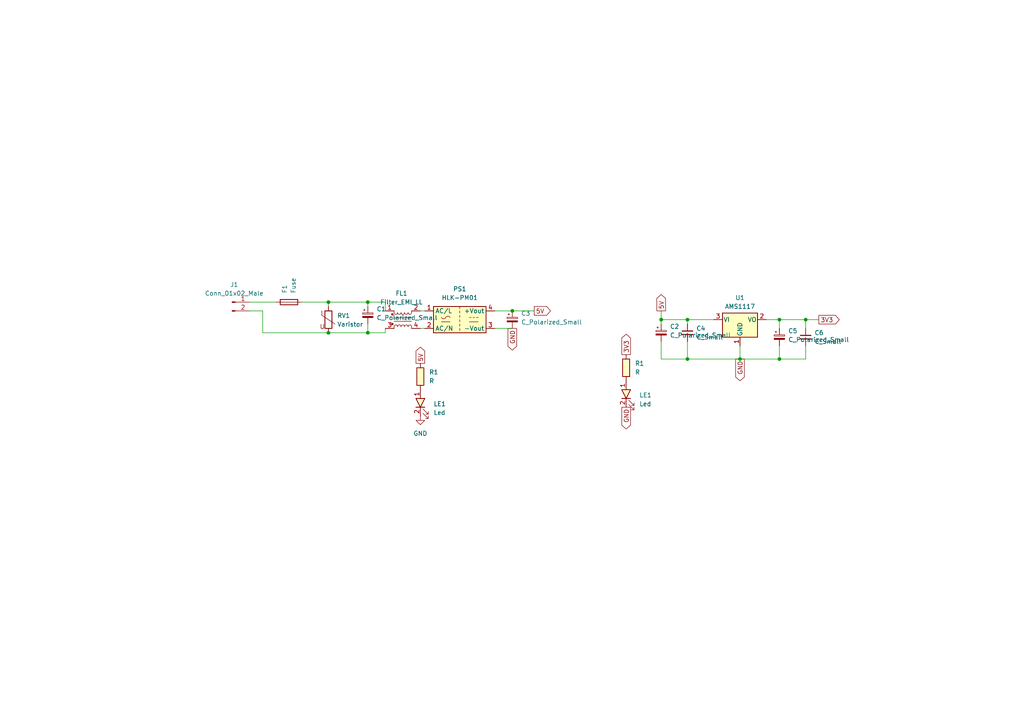
<source format=kicad_sch>
(kicad_sch (version 20230121) (generator eeschema)
  (paper "A4")
  (lib_symbols
    (symbol "Converter_ACDC:HLK-PM01"
      (property "Reference" "PS" (at 0 5.08 0))
      (property "Value" "HLK-PM01" (at 0 -5.08 0))
      (symbol "HLK-PM01_0_1"
        (rectangle (start -7.62 3.81) (end 7.62 -3.81) (stroke (width 0.254)) (fill (type background)))
        (arc (start -5.334 0.635) (mid -4.699 0.2495) (end -4.064 0.635))
        (arc (start -2.794 0.635) (mid -3.429 1.0072) (end -4.064 0.635))
        (polyline (pts (xy -5.334 -0.635) (xy -2.794 -0.635)))
        (polyline (pts (xy 0 -2.54) (xy 0 -3.175)))
        (polyline (pts (xy 0 -1.27) (xy 0 -1.905)))
        (polyline (pts (xy 0 0) (xy 0 -0.635)))
        (polyline (pts (xy 0 1.27) (xy 0 0.635)))
        (polyline (pts (xy 0 2.54) (xy 0 1.905)))
        (polyline (pts (xy 0 3.81) (xy 0 3.175)))
        (polyline (pts (xy 2.794 -0.635) (xy 5.334 -0.635)))
        (polyline (pts (xy 2.794 0.635) (xy 3.302 0.635)))
        (polyline (pts (xy 3.81 0.635) (xy 4.318 0.635)))
        (polyline (pts (xy 4.826 0.635) (xy 5.334 0.635)))
      )
      (symbol "HLK-PM01_1_1"
        (pin power_in line (at -10.16 2.54 0) (length 2.54) (name "AC/L") (number "1"))
        (pin power_in line (at -10.16 -2.54 0) (length 2.54) (name "AC/N") (number "2"))
        (pin power_out line (at 10.16 -2.54 180) (length 2.54) (name "-Vout") (number "3"))
        (pin power_out line (at 10.16 2.54 180) (length 2.54) (name "+Vout") (number "4"))
      )
    )
    (symbol "IVS_SYMBOLS:AMS1117" (pin_names (offset 0.254))
      (property "Reference" "U" (at -3.81 3.175 0))
      (property "Value" "AMS1117" (at 0 3.175 0))
      (symbol "AMS1117_0_1"
        (rectangle (start -5.08 -5.08) (end 5.08 1.905) (stroke (width 0.254)) (fill (type background)))
      )
      (symbol "AMS1117_1_1"
        (pin power_in line (at 0 -7.62 90) (length 2.54) (name "GND") (number "1"))
        (pin power_out line (at 7.62 0 180) (length 2.54) (name "VO") (number "2"))
        (pin power_in line (at -7.62 0 0) (length 2.54) (name "VI") (number "3"))
      )
    )
    (symbol "IVS_SYMBOLS:C_Polarized_Small" (pin_numbers hide) (pin_names (offset 0.254) hide)
      (property "Reference" "C" (at 0.254 1.778 0))
      (property "Value" "C_Polarized_Small" (at 0.254 -2.032 0))
      (symbol "C_Polarized_Small_0_1"
        (rectangle (start -1.524 -0.3048) (end 1.524 -0.6858) (fill (type outline)))
        (rectangle (start -1.524 0.6858) (end 1.524 0.3048))
        (polyline (pts (xy -1.27 1.524) (xy -0.762 1.524)))
        (polyline (pts (xy -1.016 1.27) (xy -1.016 1.778)))
      )
      (symbol "C_Polarized_Small_1_1"
        (pin passive line (at 0 2.54 270) (length 1.8542) (name "~") (number "1"))
        (pin passive line (at 0 -2.54 90) (length 1.8542) (name "~") (number "2"))
      )
    )
    (symbol "IVS_SYMBOLS:C_Small" (pin_numbers hide) (pin_names (offset 0.254) hide)
      (property "Reference" "C" (at 0.254 1.778 0))
      (property "Value" "C_Small" (at 0.254 -2.032 0))
      (symbol "C_Small_0_1"
        (polyline (pts (xy -1.524 -0.508) (xy 1.524 -0.508)) (stroke (width 0.3302)))
        (polyline (pts (xy -1.524 0.508) (xy 1.524 0.508)) (stroke (width 0.3048)))
      )
      (symbol "C_Small_1_1"
        (pin passive line (at 0 2.54 270) (length 2.032) (name "~") (number "1"))
        (pin passive line (at 0 -2.54 90) (length 2.032) (name "~") (number "2"))
      )
    )
    (symbol "IVS_SYMBOLS:Conn_01x02_Male" (pin_names (offset 1.016) hide)
      (property "Reference" "J" (at 0 2.54 0))
      (property "Value" "Conn_01x02_Male" (at 0 -5.08 0))
      (symbol "Conn_01x02_Male_1_1"
        (polyline (pts (xy 1.27 -2.54) (xy 0.8636 -2.54)) (stroke (width 0.1524)))
        (polyline (pts (xy 1.27 0) (xy 0.8636 0)) (stroke (width 0.1524)))
        (rectangle (start 0.8636 -2.413) (end 0 -2.667) (stroke (width 0.1524)) (fill (type outline)))
        (rectangle (start 0.8636 0.127) (end 0 -0.127) (stroke (width 0.1524)) (fill (type outline)))
        (pin passive line (at 5.08 0 180) (length 3.81) (name "Pin_1") (number "1"))
        (pin passive line (at 5.08 -2.54 180) (length 3.81) (name "Pin_2") (number "2"))
      )
    )
    (symbol "IVS_SYMBOLS:Filter_EMI_LL" (pin_names (offset 0.254) hide)
      (property "Reference" "FL" (at 0 4.445 0))
      (property "Value" "Filter_EMI_LL" (at 0 -4.445 0))
      (symbol "Filter_EMI_LL_0_1"
        (circle (center -3.048 -1.27) (radius 0.254) (fill (type outline)))
        (circle (center -3.048 1.524) (radius 0.254) (fill (type outline)))
        (arc (start -2.54 2.032) (mid -2.032 1.5262) (end -1.524 2.032))
        (arc (start -1.524 -2.032) (mid -2.032 -1.5262) (end -2.54 -2.032))
        (arc (start -1.524 2.032) (mid -1.016 1.5262) (end -0.508 2.032))
        (arc (start -0.508 -2.032) (mid -1.016 -1.5262) (end -1.524 -2.032))
        (arc (start -0.508 2.032) (mid 0 1.5262) (end 0.508 2.032))
        (polyline (pts (xy -2.54 -2.032) (xy -2.54 -2.54)))
        (polyline (pts (xy -2.54 0.508) (xy 2.54 0.508)))
        (polyline (pts (xy -2.54 2.032) (xy -2.54 2.54)))
        (polyline (pts (xy 2.54 -2.032) (xy 2.54 -2.54)))
        (polyline (pts (xy 2.54 -0.508) (xy -2.54 -0.508)))
        (polyline (pts (xy 2.54 2.54) (xy 2.54 2.032)))
        (arc (start 0.508 -2.032) (mid 0 -1.5262) (end -0.508 -2.032))
        (arc (start 0.508 2.032) (mid 1.016 1.5262) (end 1.524 2.032))
        (arc (start 1.524 -2.032) (mid 1.016 -1.5262) (end 0.508 -2.032))
        (arc (start 1.524 2.032) (mid 2.032 1.5262) (end 2.54 2.032))
        (arc (start 2.54 -2.032) (mid 2.032 -1.5262) (end 1.524 -2.032))
      )
      (symbol "Filter_EMI_LL_1_1"
        (pin passive line (at -5.08 2.54 0) (length 2.54) (name "1") (number "1"))
        (pin passive line (at 5.08 2.54 180) (length 2.54) (name "2") (number "2"))
        (pin passive line (at -5.08 -2.54 0) (length 2.54) (name "3") (number "3"))
        (pin passive line (at 5.08 -2.54 180) (length 2.54) (name "4") (number "4"))
      )
    )
    (symbol "IVS_SYMBOLS:Fuse" (pin_numbers hide) (pin_names (offset 0))
      (property "Reference" "F" (at 2.032 0 90))
      (property "Value" "Fuse" (at -1.905 0 90))
      (symbol "Fuse_0_1"
        (rectangle (start -0.762 -2.54) (end 0.762 2.54) (stroke (width 0.254)))
        (polyline (pts (xy 0 2.54) (xy 0 -2.54)))
      )
      (symbol "Fuse_1_1"
        (pin passive line (at 0 3.81 270) (length 1.27) (name "~") (number "1"))
        (pin passive line (at 0 -3.81 90) (length 1.27) (name "~") (number "2"))
      )
    )
    (symbol "IVS_SYMBOLS:Led"
      (property "Reference" "LE" (at 0.508 -2.794 0))
      (property "Value" "Led" (at -0.254 2.794 0))
      (symbol "Led_0_1"
        (polyline (pts (xy 0 -1.27) (xy 0 1.27)) (stroke (width 0.254)))
        (polyline (pts (xy 2.54 -1.27) (xy 2.54 1.27) (xy 0 0) (xy 2.54 -1.27)) (stroke (width 0.254)) (fill (type background)))
        (polyline (pts (xy -1.778 -0.762) (xy -3.302 -2.286) (xy -2.54 -2.286) (xy -3.302 -2.286) (xy -3.302 -1.524)))
        (polyline (pts (xy -0.508 -0.762) (xy -2.032 -2.286) (xy -1.27 -2.286) (xy -2.032 -2.286) (xy -2.032 -1.524)))
      )
      (symbol "Led_1_1"
        (pin passive line (at 5.08 0 180) (length 2.54) (name "") (number "1"))
        (pin passive line (at -2.54 0 0) (length 2.54) (name "") (number "2"))
      )
    )
    (symbol "IVS_SYMBOLS:R" (pin_numbers hide) (pin_names (offset 0))
      (property "Reference" "R" (at 2.032 0 90))
      (property "Value" "R" (at 0 0 90))
      (symbol "R_1_1"
        (rectangle (start -1.016 2.54) (end 1.016 -2.54) (stroke (width 0.254)) (fill (type background)))
        (pin passive line (at 0 3.81 270) (length 1.27) (name "~") (number "1"))
        (pin passive line (at 0 -3.81 90) (length 1.27) (name "~") (number "2"))
      )
    )
    (symbol "IVS_SYMBOLS:Varistor" (pin_numbers hide) (pin_names (offset 0))
      (property "Reference" "RV" (at 3.175 0 90))
      (property "Value" "Varistor" (at -3.175 0 90))
      (symbol "Varistor_0_0"
        (text "U" (at -1.778 -2.032 0) (effects (font (size 1.27 1.27))))
      )
      (symbol "Varistor_0_1"
        (rectangle (start -1.016 -2.54) (end 1.016 2.54) (stroke (width 0.254)))
        (polyline (pts (xy -1.905 2.54) (xy -1.905 1.27) (xy 1.905 -1.27)))
      )
      (symbol "Varistor_1_1"
        (pin passive line (at 0 3.81 270) (length 1.27) (name "~") (number "1"))
        (pin passive line (at 0 -3.81 90) (length 1.27) (name "~") (number "2"))
      )
    )
    (symbol "power:GND" (power) (pin_names (offset 0))
      (property "Value" "GND" (at 0 -3.81 0))
      (symbol "GND_0_1"
        (polyline (pts (xy 0 0) (xy 0 -1.27) (xy 1.27 -1.27) (xy 0 -2.54) (xy -1.27 -1.27) (xy 0 -1.27)))
      )
      (symbol "GND_1_1"
        (pin power_in line (at 0 0 270) (length 0) hide (name "GND") (number "1"))
      )
    )
  )
  (junction (at 191.77 92.71))
  (junction (at 95.25 87.63))
  (junction (at 106.68 96.52))
  (junction (at 199.39 104.14))
  (junction (at 233.68 92.71))
  (junction (at 106.68 87.63))
  (junction (at 214.63 104.14))
  (junction (at 148.59 90.17))
  (junction (at 226.06 92.71))
  (junction (at 199.39 92.71))
  (junction (at 95.25 96.52))
  (junction (at 226.06 104.14))
  (wire (pts (xy 191.77 99.06) (xy 191.77 104.14)))
  (wire (pts (xy 148.59 90.17) (xy 154.94 90.17)))
  (wire (pts (xy 199.39 99.06) (xy 199.39 104.14)))
  (wire (pts (xy 95.25 87.63) (xy 95.25 88.9)))
  (wire (pts (xy 111.76 90.17) (xy 111.76 87.63)))
  (wire (pts (xy 106.68 96.52) (xy 111.76 96.52)))
  (wire (pts (xy 106.68 88.9) (xy 106.68 87.63)))
  (wire (pts (xy 214.63 104.14) (xy 214.63 100.33)))
  (wire (pts (xy 191.77 92.71) (xy 191.77 93.98)))
  (wire (pts (xy 95.25 87.63) (xy 106.68 87.63)))
  (wire (pts (xy 207.01 92.71) (xy 199.39 92.71)))
  (wire (pts (xy 226.06 92.71) (xy 222.25 92.71)))
  (wire (pts (xy 72.39 90.17) (xy 76.2 90.17)))
  (wire (pts (xy 123.19 90.17) (xy 121.92 90.17)))
  (wire (pts (xy 87.63 87.63) (xy 95.25 87.63)))
  (wire (pts (xy 233.68 100.33) (xy 233.68 104.14)))
  (wire (pts (xy 233.68 92.71) (xy 226.06 92.71)))
  (wire (pts (xy 191.77 104.14) (xy 199.39 104.14)))
  (wire (pts (xy 199.39 104.14) (xy 214.63 104.14)))
  (wire (pts (xy 226.06 100.33) (xy 226.06 104.14)))
  (wire (pts (xy 233.68 92.71) (xy 237.49 92.71)))
  (wire (pts (xy 199.39 92.71) (xy 191.77 92.71)))
  (wire (pts (xy 226.06 104.14) (xy 214.63 104.14)))
  (wire (pts (xy 76.2 96.52) (xy 95.25 96.52)))
  (wire (pts (xy 76.2 90.17) (xy 76.2 96.52)))
  (wire (pts (xy 106.68 87.63) (xy 111.76 87.63)))
  (wire (pts (xy 233.68 104.14) (xy 226.06 104.14)))
  (wire (pts (xy 226.06 95.25) (xy 226.06 92.71)))
  (wire (pts (xy 72.39 87.63) (xy 80.01 87.63)))
  (wire (pts (xy 95.25 96.52) (xy 106.68 96.52)))
  (wire (pts (xy 106.68 93.98) (xy 106.68 96.52)))
  (wire (pts (xy 199.39 92.71) (xy 199.39 93.98)))
  (wire (pts (xy 111.76 95.25) (xy 111.76 96.52)))
  (wire (pts (xy 143.51 90.17) (xy 148.59 90.17)))
  (wire (pts (xy 191.77 90.17) (xy 191.77 92.71)))
  (wire (pts (xy 123.19 95.25) (xy 121.92 95.25)))
  (wire (pts (xy 143.51 95.25) (xy 148.59 95.25)))
  (wire (pts (xy 233.68 95.25) (xy 233.68 92.71)))
  (global_label "3V3" (shape output) (at 237.49 92.71 0) (property "Intersheetrefs" "${INTERSHEET_REFS}" (effects hide)))
  (global_label "5V" (shape output) (at 191.77 90.17 90) (property "Intersheetrefs" "${INTERSHEET_REFS}" (effects hide)))
  (global_label "GND" (shape output) (at 214.63 104.14 270) (property "Intersheetrefs" "${INTERSHEET_REFS}" (effects hide)))
  (global_label "GND" (shape output) (at 181.61 118.11 270) (property "Intersheetrefs" "${INTERSHEET_REFS}" (effects hide)))
  (global_label "5V" (shape output) (at 121.92 105.41 90) (property "Intersheetrefs" "${INTERSHEET_REFS}" (effects hide)))
  (global_label "GND" (shape output) (at 148.59 95.25 270) (property "Intersheetrefs" "${INTERSHEET_REFS}" (effects hide)))
  (global_label "5V" (shape output) (at 154.94 90.17 0) (property "Intersheetrefs" "${INTERSHEET_REFS}" (effects hide)))
  (global_label "3V3" (shape output) (at 181.61 102.87 90) (property "Intersheetrefs" "${INTERSHEET_REFS}" (effects hide)))
  (symbol (lib_id "Converter_ACDC:HLK-PM01") (at 133.35 92.71 0) (unit 1)
    (property "Reference" "PS1" (at 133.35 83.82 0))
    (property "Value" "HLK-PM01" (at 133.35 86.36 0))
    (property "Footprint" "Converter_ACDC:Converter_ACDC_HiLink_HLK-PMxx" (effects hide))
    (property "Datasheet" "http://www.hlktech.net/product_detail.php?ProId=54" (effects hide))
  )
  (symbol (lib_id "IVS_SYMBOLS:C_Small") (at 233.68 97.79 0) (unit 1)
    (property "Reference" "C6" (at 236.22 96.5263 0) (effects (justify left)))
    (property "Value" "C_Small" (at 236.22 99.0663 0) (effects (justify left)))
  )
  (symbol (lib_id "power:GND") (at 121.92 120.65 0) (unit 1)
    (property "Reference" "#PWR01" (effects hide))
    (property "Value" "GND" (at 121.92 125.73 0))
  )
  (symbol (lib_id "IVS_SYMBOLS:Filter_EMI_LL") (at 116.84 92.71 0) (unit 1)
    (property "Reference" "FL1" (at 116.459 85.09 0))
    (property "Value" "Filter_EMI_LL" (at 116.459 87.63 0))
    (property "Footprint" "IVS_FOOTPRINTS:ACFilterChokeUU9.8" (effects hide))
  )
  (symbol (lib_id "IVS_SYMBOLS:Led") (at 181.61 115.57 90) (unit 1)
    (property "Reference" "LE1" (at 185.42 114.6175 90) (effects (justify right)))
    (property "Value" "Led" (at 185.42 117.1575 90) (effects (justify right)))
    (instances (project "lora" (path "" (reference "LE1") (unit 1)) (path "" (reference "LE2") (unit 1))))
  )
  (symbol (lib_id "IVS_SYMBOLS:AMS1117") (at 214.63 92.71 0) (unit 1)
    (property "Reference" "U1" (at 214.63 86.36 0))
    (property "Value" "AMS1117" (at 214.63 88.9 0))
    (property "Footprint" "IVS_FOOTPRINTS:SOT233" (effects hide))
    (property "Datasheet" "http://www.advanced-monolithic.com/pdf/ds1117.pdf" (effects hide))
  )
  (symbol (lib_id "IVS_SYMBOLS:C_Polarized_Small") (at 226.06 97.79 0) (unit 1)
    (property "Reference" "C5" (at 228.6 95.9739 0) (effects (justify left)))
    (property "Value" "C_Polarized_Small" (at 228.6 98.5139 0) (effects (justify left)))
  )
  (symbol (lib_id "IVS_SYMBOLS:C_Small") (at 199.39 96.52 0) (unit 1)
    (property "Reference" "C4" (at 201.93 95.2563 0) (effects (justify left)))
    (property "Value" "C_Small" (at 201.93 97.7963 0) (effects (justify left)))
  )
  (symbol (lib_id "IVS_SYMBOLS:R") (at 181.61 106.68 0) (unit 1)
    (property "Reference" "R1" (at 184.15 105.41 0) (effects (justify left)))
    (property "Value" "R" (at 184.15 107.95 0) (effects (justify left)))
    (property "Footprint" "IVS_FOOTPRINTS:ESP8266-07__ESP32-C3-12F" (effects hide))
    (instances (project "lora" (path "" (reference "R1") (unit 1)) (path "" (reference "R2") (unit 1))))
  )
  (symbol (lib_id "IVS_SYMBOLS:Conn_01x02_Male") (at 67.31 87.63 0) (unit 1)
    (property "Reference" "J1" (at 67.945 82.55 0))
    (property "Value" "Conn_01x02_Male" (at 67.945 85.09 0))
  )
  (symbol (lib_id "IVS_SYMBOLS:C_Polarized_Small") (at 106.68 91.44 0) (unit 1)
    (property "Reference" "C1" (at 109.22 89.6239 0) (effects (justify left)))
    (property "Value" "C_Polarized_Small" (at 109.22 92.1639 0) (effects (justify left)))
  )
  (symbol (lib_id "IVS_SYMBOLS:C_Polarized_Small") (at 191.77 96.52 0) (unit 1)
    (property "Reference" "C2" (at 194.31 94.7039 0) (effects (justify left)))
    (property "Value" "C_Polarized_Small" (at 194.31 97.2439 0) (effects (justify left)))
  )
  (symbol (lib_id "IVS_SYMBOLS:C_Polarized_Small") (at 148.59 92.71 0) (unit 1)
    (property "Reference" "C3" (at 151.13 90.8939 0) (effects (justify left)))
    (property "Value" "C_Polarized_Small" (at 151.13 93.4339 0) (effects (justify left)))
  )
  (symbol (lib_id "IVS_SYMBOLS:R") (at 121.92 109.22 0) (unit 1)
    (property "Reference" "R1" (at 124.46 107.95 0) (effects (justify left)))
    (property "Value" "R" (at 124.46 110.49 0) (effects (justify left)))
    (property "Footprint" "IVS_FOOTPRINTS:ESP8266-07__ESP32-C3-12F" (effects hide))
  )
  (symbol (lib_id "IVS_SYMBOLS:Varistor") (at 95.25 92.71 0) (unit 1)
    (property "Reference" "RV1" (at 97.79 91.5392 0) (effects (justify left)))
    (property "Value" "Varistor" (at 97.79 94.0792 0) (effects (justify left)))
  )
  (symbol (lib_id "IVS_SYMBOLS:Fuse") (at 83.82 87.63 90) (unit 1)
    (property "Reference" "F1" (at 82.55 85.09 0) (effects (justify left)))
    (property "Value" "Fuse" (at 85.09 85.09 0) (effects (justify left)))
  )
  (symbol (lib_id "IVS_SYMBOLS:Led") (at 121.92 118.11 90) (unit 1)
    (property "Reference" "LE1" (at 125.73 117.1575 90) (effects (justify right)))
    (property "Value" "Led" (at 125.73 119.6975 90) (effects (justify right)))
  )
)
</source>
